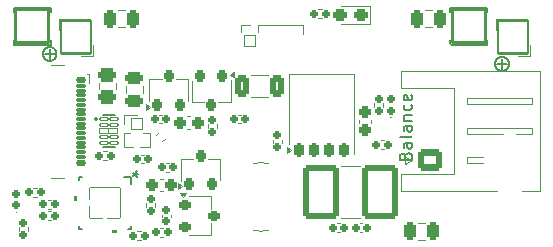
<source format=gto>
G04 #@! TF.GenerationSoftware,KiCad,Pcbnew,8.0.7-8.0.7-0~ubuntu24.04.1*
G04 #@! TF.CreationDate,2024-12-30T22:48:23-07:00*
G04 #@! TF.ProjectId,2s 40A PSU and charger,32732034-3041-4205-9053-5520616e6420,V1*
G04 #@! TF.SameCoordinates,Original*
G04 #@! TF.FileFunction,Legend,Top*
G04 #@! TF.FilePolarity,Positive*
%FSLAX46Y46*%
G04 Gerber Fmt 4.6, Leading zero omitted, Abs format (unit mm)*
G04 Created by KiCad (PCBNEW 8.0.7-8.0.7-0~ubuntu24.04.1) date 2024-12-30 22:48:23*
%MOMM*%
%LPD*%
G01*
G04 APERTURE LIST*
G04 Aperture macros list*
%AMRoundRect*
0 Rectangle with rounded corners*
0 $1 Rounding radius*
0 $2 $3 $4 $5 $6 $7 $8 $9 X,Y pos of 4 corners*
0 Add a 4 corners polygon primitive as box body*
4,1,4,$2,$3,$4,$5,$6,$7,$8,$9,$2,$3,0*
0 Add four circle primitives for the rounded corners*
1,1,$1+$1,$2,$3*
1,1,$1+$1,$4,$5*
1,1,$1+$1,$6,$7*
1,1,$1+$1,$8,$9*
0 Add four rect primitives between the rounded corners*
20,1,$1+$1,$2,$3,$4,$5,0*
20,1,$1+$1,$4,$5,$6,$7,0*
20,1,$1+$1,$6,$7,$8,$9,0*
20,1,$1+$1,$8,$9,$2,$3,0*%
%AMFreePoly0*
4,1,15,2.515355,1.085355,2.935355,0.665355,2.950000,0.630000,2.950000,-1.050000,2.935355,-1.085355,2.900000,-1.100000,-2.900000,-1.100000,-2.935355,-1.085355,-2.950000,-1.050000,-2.950000,0.630000,-2.935355,0.665355,-2.515355,1.085355,-2.480000,1.100000,2.480000,1.100000,2.515355,1.085355,2.515355,1.085355,$1*%
%AMFreePoly1*
4,1,21,2.135355,1.135355,2.150000,1.100000,2.150000,-1.950000,2.350000,-1.950000,2.385355,-1.964645,2.400000,-2.000000,2.400000,-3.500000,2.385355,-3.535355,2.350000,-3.550000,-2.350000,-3.550000,-2.385355,-3.535355,-2.400000,-3.500000,-2.400000,-2.000000,-2.385355,-1.964645,-2.350000,-1.950000,-2.150000,-1.950000,-2.150000,1.100000,-2.135355,1.135355,-2.100000,1.150000,2.100000,1.150000,
2.135355,1.135355,2.135355,1.135355,$1*%
G04 Aperture macros list end*
%ADD10C,0.150000*%
%ADD11C,0.120000*%
%ADD12C,0.200000*%
%ADD13C,0.100000*%
%ADD14C,0.127000*%
%ADD15C,0.000000*%
%ADD16RoundRect,0.165000X0.165000X0.195000X-0.165000X0.195000X-0.165000X-0.195000X0.165000X-0.195000X0*%
%ADD17RoundRect,0.050000X-0.337500X0.125000X-0.337500X-0.125000X0.337500X-0.125000X0.337500X0.125000X0*%
%ADD18RoundRect,0.050000X-0.387500X0.200000X-0.387500X-0.200000X0.387500X-0.200000X0.387500X0.200000X0*%
%ADD19RoundRect,0.160000X-0.210000X0.160000X-0.210000X-0.160000X0.210000X-0.160000X0.210000X0.160000X0*%
%ADD20RoundRect,0.160000X0.210000X-0.160000X0.210000X0.160000X-0.210000X0.160000X-0.210000X-0.160000X0*%
%ADD21RoundRect,0.160000X-0.160000X-0.210000X0.160000X-0.210000X0.160000X0.210000X-0.160000X0.210000X0*%
%ADD22RoundRect,0.275000X-0.275000X-0.500000X0.275000X-0.500000X0.275000X0.500000X-0.275000X0.500000X0*%
%ADD23RoundRect,0.165000X-0.165000X-0.195000X0.165000X-0.195000X0.165000X0.195000X-0.165000X0.195000X0*%
%ADD24RoundRect,0.272222X0.340278X0.652778X-0.340278X0.652778X-0.340278X-0.652778X0.340278X-0.652778X0*%
%ADD25RoundRect,0.225000X0.225000X-0.275000X0.225000X0.275000X-0.225000X0.275000X-0.225000X-0.275000X0*%
%ADD26RoundRect,0.172500X0.197500X-0.172500X0.197500X0.172500X-0.197500X0.172500X-0.197500X-0.172500X0*%
%ADD27RoundRect,0.225000X-0.275000X-0.225000X0.275000X-0.225000X0.275000X0.225000X-0.275000X0.225000X0*%
%ADD28RoundRect,0.160000X0.160000X0.210000X-0.160000X0.210000X-0.160000X-0.210000X0.160000X-0.210000X0*%
%ADD29RoundRect,0.250000X-0.275000X0.250000X-0.275000X-0.250000X0.275000X-0.250000X0.275000X0.250000X0*%
%ADD30RoundRect,0.275000X0.275000X0.500000X-0.275000X0.500000X-0.275000X-0.500000X0.275000X-0.500000X0*%
%ADD31RoundRect,0.102000X1.400000X1.400000X-1.400000X1.400000X-1.400000X-1.400000X1.400000X-1.400000X0*%
%ADD32RoundRect,0.275000X0.500000X-0.275000X0.500000X0.275000X-0.500000X0.275000X-0.500000X-0.275000X0*%
%ADD33FreePoly0,90.000000*%
%ADD34FreePoly0,270.000000*%
%ADD35RoundRect,0.264706X0.760294X-0.635294X0.760294X0.635294X-0.760294X0.635294X-0.760294X-0.635294X0*%
%ADD36O,2.050000X1.800000*%
%ADD37RoundRect,0.160000X0.035355X-0.261630X0.261630X-0.035355X-0.035355X0.261630X-0.261630X0.035355X0*%
%ADD38RoundRect,0.100000X-1.250000X-1.400000X1.250000X-1.400000X1.250000X1.400000X-1.250000X1.400000X0*%
%ADD39RoundRect,0.050000X0.500000X-0.500000X0.500000X0.500000X-0.500000X0.500000X-0.500000X-0.500000X0*%
%ADD40O,1.100000X1.100000*%
%ADD41RoundRect,0.165000X-0.195000X0.165000X-0.195000X-0.165000X0.195000X-0.165000X0.195000X0.165000X0*%
%ADD42RoundRect,0.274390X0.475610X-0.288110X0.475610X0.288110X-0.475610X0.288110X-0.475610X-0.288110X0*%
%ADD43RoundRect,0.050000X-0.500000X-0.500000X0.500000X-0.500000X0.500000X0.500000X-0.500000X0.500000X0*%
%ADD44RoundRect,0.262500X0.312500X0.262500X-0.312500X0.262500X-0.312500X-0.262500X0.312500X-0.262500X0*%
%ADD45RoundRect,0.200000X0.200000X0.425000X-0.200000X0.425000X-0.200000X-0.425000X0.200000X-0.425000X0*%
%ADD46FreePoly1,180.000000*%
%ADD47RoundRect,0.225000X-0.225000X0.275000X-0.225000X-0.275000X0.225000X-0.275000X0.225000X0.275000X0*%
%ADD48C,0.800000*%
%ADD49C,4.500000*%
%ADD50O,0.300000X0.699999*%
%ADD51O,0.699999X0.300000*%
%ADD52C,0.700000*%
%ADD53RoundRect,0.050000X-1.300000X1.300000X-1.300000X-1.300000X1.300000X-1.300000X1.300000X1.300000X0*%
%ADD54RoundRect,0.250000X0.250000X0.275000X-0.250000X0.275000X-0.250000X-0.275000X0.250000X-0.275000X0*%
%ADD55RoundRect,0.258266X1.304234X2.016734X-1.304234X2.016734X-1.304234X-2.016734X1.304234X-2.016734X0*%
%ADD56RoundRect,0.070005X-0.345005X0.070005X-0.345005X-0.070005X0.345005X-0.070005X0.345005X0.070005X0*%
%ADD57RoundRect,0.112505X-0.302505X0.112505X-0.302505X-0.112505X0.302505X-0.112505X0.302505X0.112505X0*%
%ADD58C,0.850020*%
%ADD59O,2.050020X0.800020*%
%ADD60RoundRect,0.250000X-0.250000X-0.275000X0.250000X-0.275000X0.250000X0.275000X-0.250000X0.275000X0*%
G04 APERTURE END LIST*
D10*
X111584398Y-115415771D02*
X111870112Y-115415771D01*
X111870112Y-115415771D02*
X112155826Y-115558628D01*
X112155826Y-115558628D02*
X112298684Y-115844342D01*
X112298684Y-115844342D02*
X112298684Y-116130057D01*
X112298684Y-116130057D02*
X112155826Y-116415771D01*
X112155826Y-116415771D02*
X111870112Y-116558628D01*
X111870112Y-116558628D02*
X111584398Y-116558628D01*
X111584398Y-116558628D02*
X111298684Y-116415771D01*
X111298684Y-116415771D02*
X111155826Y-116130057D01*
X111155826Y-116130057D02*
X111155826Y-115844342D01*
X111155826Y-115844342D02*
X111298684Y-115558628D01*
X111298684Y-115558628D02*
X111584398Y-115415771D01*
X111298684Y-115987200D02*
X112155826Y-115987200D01*
X111727255Y-115558628D02*
X111727255Y-116415771D01*
X141846009Y-124629887D02*
X141893628Y-124487030D01*
X141893628Y-124487030D02*
X141941247Y-124439411D01*
X141941247Y-124439411D02*
X142036485Y-124391792D01*
X142036485Y-124391792D02*
X142179342Y-124391792D01*
X142179342Y-124391792D02*
X142274580Y-124439411D01*
X142274580Y-124439411D02*
X142322200Y-124487030D01*
X142322200Y-124487030D02*
X142369819Y-124582268D01*
X142369819Y-124582268D02*
X142369819Y-124963220D01*
X142369819Y-124963220D02*
X141369819Y-124963220D01*
X141369819Y-124963220D02*
X141369819Y-124629887D01*
X141369819Y-124629887D02*
X141417438Y-124534649D01*
X141417438Y-124534649D02*
X141465057Y-124487030D01*
X141465057Y-124487030D02*
X141560295Y-124439411D01*
X141560295Y-124439411D02*
X141655533Y-124439411D01*
X141655533Y-124439411D02*
X141750771Y-124487030D01*
X141750771Y-124487030D02*
X141798390Y-124534649D01*
X141798390Y-124534649D02*
X141846009Y-124629887D01*
X141846009Y-124629887D02*
X141846009Y-124963220D01*
X142369819Y-123534649D02*
X141846009Y-123534649D01*
X141846009Y-123534649D02*
X141750771Y-123582268D01*
X141750771Y-123582268D02*
X141703152Y-123677506D01*
X141703152Y-123677506D02*
X141703152Y-123867982D01*
X141703152Y-123867982D02*
X141750771Y-123963220D01*
X142322200Y-123534649D02*
X142369819Y-123629887D01*
X142369819Y-123629887D02*
X142369819Y-123867982D01*
X142369819Y-123867982D02*
X142322200Y-123963220D01*
X142322200Y-123963220D02*
X142226961Y-124010839D01*
X142226961Y-124010839D02*
X142131723Y-124010839D01*
X142131723Y-124010839D02*
X142036485Y-123963220D01*
X142036485Y-123963220D02*
X141988866Y-123867982D01*
X141988866Y-123867982D02*
X141988866Y-123629887D01*
X141988866Y-123629887D02*
X141941247Y-123534649D01*
X142369819Y-122915601D02*
X142322200Y-123010839D01*
X142322200Y-123010839D02*
X142226961Y-123058458D01*
X142226961Y-123058458D02*
X141369819Y-123058458D01*
X142369819Y-122106077D02*
X141846009Y-122106077D01*
X141846009Y-122106077D02*
X141750771Y-122153696D01*
X141750771Y-122153696D02*
X141703152Y-122248934D01*
X141703152Y-122248934D02*
X141703152Y-122439410D01*
X141703152Y-122439410D02*
X141750771Y-122534648D01*
X142322200Y-122106077D02*
X142369819Y-122201315D01*
X142369819Y-122201315D02*
X142369819Y-122439410D01*
X142369819Y-122439410D02*
X142322200Y-122534648D01*
X142322200Y-122534648D02*
X142226961Y-122582267D01*
X142226961Y-122582267D02*
X142131723Y-122582267D01*
X142131723Y-122582267D02*
X142036485Y-122534648D01*
X142036485Y-122534648D02*
X141988866Y-122439410D01*
X141988866Y-122439410D02*
X141988866Y-122201315D01*
X141988866Y-122201315D02*
X141941247Y-122106077D01*
X141703152Y-121629886D02*
X142369819Y-121629886D01*
X141798390Y-121629886D02*
X141750771Y-121582267D01*
X141750771Y-121582267D02*
X141703152Y-121487029D01*
X141703152Y-121487029D02*
X141703152Y-121344172D01*
X141703152Y-121344172D02*
X141750771Y-121248934D01*
X141750771Y-121248934D02*
X141846009Y-121201315D01*
X141846009Y-121201315D02*
X142369819Y-121201315D01*
X142322200Y-120296553D02*
X142369819Y-120391791D01*
X142369819Y-120391791D02*
X142369819Y-120582267D01*
X142369819Y-120582267D02*
X142322200Y-120677505D01*
X142322200Y-120677505D02*
X142274580Y-120725124D01*
X142274580Y-120725124D02*
X142179342Y-120772743D01*
X142179342Y-120772743D02*
X141893628Y-120772743D01*
X141893628Y-120772743D02*
X141798390Y-120725124D01*
X141798390Y-120725124D02*
X141750771Y-120677505D01*
X141750771Y-120677505D02*
X141703152Y-120582267D01*
X141703152Y-120582267D02*
X141703152Y-120391791D01*
X141703152Y-120391791D02*
X141750771Y-120296553D01*
X142322200Y-119487029D02*
X142369819Y-119582267D01*
X142369819Y-119582267D02*
X142369819Y-119772743D01*
X142369819Y-119772743D02*
X142322200Y-119867981D01*
X142322200Y-119867981D02*
X142226961Y-119915600D01*
X142226961Y-119915600D02*
X141846009Y-119915600D01*
X141846009Y-119915600D02*
X141750771Y-119867981D01*
X141750771Y-119867981D02*
X141703152Y-119772743D01*
X141703152Y-119772743D02*
X141703152Y-119582267D01*
X141703152Y-119582267D02*
X141750771Y-119487029D01*
X141750771Y-119487029D02*
X141846009Y-119439410D01*
X141846009Y-119439410D02*
X141941247Y-119439410D01*
X141941247Y-119439410D02*
X142036485Y-119915600D01*
X149884398Y-116265771D02*
X150170112Y-116265771D01*
X150170112Y-116265771D02*
X150455826Y-116408628D01*
X150455826Y-116408628D02*
X150598684Y-116694342D01*
X150598684Y-116694342D02*
X150598684Y-116980057D01*
X150598684Y-116980057D02*
X150455826Y-117265771D01*
X150455826Y-117265771D02*
X150170112Y-117408628D01*
X150170112Y-117408628D02*
X149884398Y-117408628D01*
X149884398Y-117408628D02*
X149598684Y-117265771D01*
X149598684Y-117265771D02*
X149455826Y-116980057D01*
X149455826Y-116980057D02*
X149455826Y-116694342D01*
X149455826Y-116694342D02*
X149598684Y-116408628D01*
X149598684Y-116408628D02*
X149884398Y-116265771D01*
X149598684Y-116837200D02*
X150455826Y-116837200D01*
X150027255Y-116408628D02*
X150027255Y-117265771D01*
X119230180Y-126179636D02*
X118992085Y-126179636D01*
X119087323Y-125941541D02*
X118992085Y-126179636D01*
X118992085Y-126179636D02*
X119087323Y-126417731D01*
X118801609Y-126036779D02*
X118992085Y-126179636D01*
X118992085Y-126179636D02*
X118801609Y-126322493D01*
D11*
G04 #@! TO.C,C9*
X119707836Y-124540000D02*
X119492164Y-124540000D01*
X119707836Y-125260000D02*
X119492164Y-125260000D01*
D12*
G04 #@! TO.C,D11*
X115638000Y-121400000D02*
X115638000Y-121400000D01*
X115638000Y-121600000D02*
X115638000Y-121600000D01*
X117238000Y-121150000D02*
X116238000Y-121150000D01*
X117238000Y-123850000D02*
X116238000Y-123850000D01*
X115638000Y-121400000D02*
G75*
G02*
X115638000Y-121600000I0J-100000D01*
G01*
X115638000Y-121600000D02*
G75*
G02*
X115638000Y-121400000I0J100000D01*
G01*
D11*
G04 #@! TO.C,R24*
X109120000Y-130646359D02*
X109120000Y-130953641D01*
X109880000Y-130646359D02*
X109880000Y-130953641D01*
G04 #@! TO.C,R20*
X119920000Y-128953641D02*
X119920000Y-128646359D01*
X120680000Y-128953641D02*
X120680000Y-128646359D01*
G04 #@! TO.C,R10*
X139746359Y-123320000D02*
X140053641Y-123320000D01*
X139746359Y-124080000D02*
X140053641Y-124080000D01*
G04 #@! TO.C,C20*
X142938748Y-130265000D02*
X143461252Y-130265000D01*
X142938748Y-131735000D02*
X143461252Y-131735000D01*
G04 #@! TO.C,C23*
X137992164Y-130340000D02*
X138207836Y-130340000D01*
X137992164Y-131060000D02*
X138207836Y-131060000D01*
G04 #@! TO.C,R1*
X130227064Y-117790000D02*
X128772936Y-117790000D01*
X130227064Y-119610000D02*
X128772936Y-119610000D01*
G04 #@! TO.C,Q1*
X120150000Y-118150000D02*
X121200000Y-118150000D01*
X120150000Y-120010000D02*
X120150000Y-118150000D01*
X123450000Y-118150000D02*
X122400000Y-118150000D01*
X123450000Y-119950000D02*
X123450000Y-118150000D01*
X120188324Y-120460000D02*
X119858324Y-120700000D01*
X119858324Y-120220000D01*
X120188324Y-120460000D01*
G36*
X120188324Y-120460000D02*
G01*
X119858324Y-120700000D01*
X119858324Y-120220000D01*
X120188324Y-120460000D01*
G37*
D13*
G04 #@! TO.C,D1*
X140650000Y-121390000D02*
G75*
G02*
X140550000Y-121390000I-50000J0D01*
G01*
X140550000Y-121390000D02*
G75*
G02*
X140650000Y-121390000I50000J0D01*
G01*
D11*
G04 #@! TO.C,Q5*
X123490000Y-128050000D02*
X125350000Y-128050000D01*
X123550000Y-131350000D02*
X125350000Y-131350000D01*
X125350000Y-128050000D02*
X125350000Y-129100000D01*
X125350000Y-131350000D02*
X125350000Y-130300000D01*
X123040000Y-128088324D02*
X122800000Y-127758324D01*
X123280000Y-127758324D01*
X123040000Y-128088324D01*
G36*
X123040000Y-128088324D02*
G01*
X122800000Y-127758324D01*
X123280000Y-127758324D01*
X123040000Y-128088324D01*
G37*
G04 #@! TO.C,R19*
X116553641Y-124220000D02*
X116246359Y-124220000D01*
X116553641Y-124980000D02*
X116246359Y-124980000D01*
G04 #@! TO.C,C2*
X137890000Y-121559420D02*
X137890000Y-121840580D01*
X138910000Y-121559420D02*
X138910000Y-121840580D01*
G04 #@! TO.C,R25*
X134446359Y-112220000D02*
X134753641Y-112220000D01*
X134446359Y-112980000D02*
X134753641Y-112980000D01*
G04 #@! TO.C,C10*
X127692164Y-121140000D02*
X127907836Y-121140000D01*
X127692164Y-121860000D02*
X127907836Y-121860000D01*
G04 #@! TO.C,C12*
X118061252Y-112265000D02*
X117538748Y-112265000D01*
X118061252Y-113735000D02*
X117538748Y-113735000D01*
G04 #@! TO.C,C5*
X120992164Y-121140000D02*
X121207836Y-121140000D01*
X120992164Y-121860000D02*
X121207836Y-121860000D01*
D14*
G04 #@! TO.C,J3*
X108700000Y-112100000D02*
X111800000Y-112100000D01*
X108700000Y-112450000D02*
X108700000Y-112100000D01*
X108700000Y-115200000D02*
X108700000Y-114850000D01*
X111800000Y-112100000D02*
X111800000Y-112450000D01*
X111800000Y-114850000D02*
X111800000Y-115200000D01*
X111800000Y-115200000D02*
X108700000Y-115200000D01*
D11*
G04 #@! TO.C,C7*
X118165000Y-119261252D02*
X118165000Y-118738748D01*
X119635000Y-119261252D02*
X119635000Y-118738748D01*
D13*
G04 #@! TO.C,D3*
X108950000Y-129390000D02*
G75*
G02*
X108850000Y-129390000I-50000J0D01*
G01*
X108850000Y-129390000D02*
G75*
G02*
X108950000Y-129390000I50000J0D01*
G01*
D11*
G04 #@! TO.C,R3*
X139220000Y-120453641D02*
X139220000Y-120146359D01*
X139980000Y-120453641D02*
X139980000Y-120146359D01*
G04 #@! TO.C,L2*
X128978219Y-125267441D02*
G75*
G02*
X129600000Y-125200000I621751J-2832309D01*
G01*
X129600000Y-125200000D02*
G75*
G02*
X130229480Y-125268528I9J-2925297D01*
G01*
X129600000Y-131000000D02*
G75*
G02*
X128976901Y-130932269I-9J2899915D01*
G01*
X130224688Y-130931919D02*
G75*
G02*
X129600000Y-131000000I-624678J2831829D01*
G01*
G04 #@! TO.C,J2*
X141490000Y-117440000D02*
X141490000Y-118860000D01*
X141490000Y-118860000D02*
X145990000Y-118860000D01*
X141490000Y-126140000D02*
X145990000Y-126140000D01*
X141490000Y-127560000D02*
X141490000Y-126140000D01*
X141800000Y-124700000D02*
X142400000Y-125000000D01*
X141800000Y-125300000D02*
X141800000Y-124700000D01*
X142400000Y-125000000D02*
X141800000Y-125300000D01*
X145990000Y-118860000D02*
X145990000Y-122500000D01*
X145990000Y-126140000D02*
X145990000Y-122500000D01*
X147100000Y-119750000D02*
X147100000Y-120250000D01*
X147100000Y-120250000D02*
X152600000Y-120250000D01*
X147100000Y-122250000D02*
X147100000Y-122750000D01*
X147100000Y-122750000D02*
X152600000Y-122750000D01*
X147100000Y-124750000D02*
X147100000Y-125250000D01*
X147100000Y-125250000D02*
X152600000Y-125250000D01*
X152600000Y-119750000D02*
X147100000Y-119750000D01*
X152600000Y-120250000D02*
X152600000Y-119750000D01*
X152600000Y-122250000D02*
X147100000Y-122250000D01*
X152600000Y-122750000D02*
X152600000Y-122250000D01*
X152600000Y-124750000D02*
X147100000Y-124750000D01*
X152600000Y-125250000D02*
X152600000Y-124750000D01*
X153210000Y-117440000D02*
X141490000Y-117440000D01*
X153210000Y-122500000D02*
X153210000Y-117440000D01*
X153210000Y-122500000D02*
X153210000Y-127560000D01*
X153210000Y-127560000D02*
X141490000Y-127560000D01*
G04 #@! TO.C,R8*
X120722659Y-122839940D02*
X120939940Y-122622659D01*
X121260060Y-123377341D02*
X121477341Y-123160060D01*
G04 #@! TO.C,J5*
X112500000Y-113000000D02*
X112500000Y-114000000D01*
X113500000Y-113000000D02*
X112500000Y-113000000D01*
X114400000Y-116200000D02*
X115400000Y-116200000D01*
X115400000Y-116200000D02*
X115400000Y-115200000D01*
G04 #@! TO.C,R23*
X110346359Y-127320000D02*
X110653641Y-127320000D01*
X110346359Y-128080000D02*
X110653641Y-128080000D01*
G04 #@! TO.C,J11*
X127930000Y-113570000D02*
X128690000Y-113570000D01*
X127930000Y-114900000D02*
X127930000Y-113570000D01*
X129325000Y-113570000D02*
X133195000Y-113570000D01*
X129325000Y-114140000D02*
X129325000Y-113570000D01*
X129325000Y-116230000D02*
X129325000Y-115660000D01*
X129325000Y-116230000D02*
X133195000Y-116230000D01*
X133195000Y-114592470D02*
X133195000Y-113570000D01*
X133195000Y-116230000D02*
X133195000Y-115207530D01*
G04 #@! TO.C,Q4*
X122850000Y-124850000D02*
X123900000Y-124850000D01*
X122850000Y-126710000D02*
X122850000Y-124850000D01*
X126150000Y-124850000D02*
X125100000Y-124850000D01*
X126150000Y-126650000D02*
X126150000Y-124850000D01*
X122888324Y-127160000D02*
X122558324Y-127400000D01*
X122558324Y-126920000D01*
X122888324Y-127160000D01*
G36*
X122888324Y-127160000D02*
G01*
X122558324Y-127400000D01*
X122558324Y-126920000D01*
X122888324Y-127160000D01*
G37*
G04 #@! TO.C,C21*
X121240000Y-129592164D02*
X121240000Y-129807836D01*
X121960000Y-129592164D02*
X121960000Y-129807836D01*
G04 #@! TO.C,R2*
X115865000Y-118927064D02*
X115865000Y-118472936D01*
X117335000Y-118927064D02*
X117335000Y-118472936D01*
G04 #@! TO.C,C11*
X121592164Y-125240000D02*
X121807836Y-125240000D01*
X121592164Y-125960000D02*
X121807836Y-125960000D01*
G04 #@! TO.C,R21*
X121353641Y-130720000D02*
X121046359Y-130720000D01*
X121353641Y-131480000D02*
X121046359Y-131480000D01*
G04 #@! TO.C,J12*
X117990000Y-121140000D02*
X119100000Y-121140000D01*
X117990000Y-121900000D02*
X117990000Y-121140000D01*
X117990000Y-122660000D02*
X117990000Y-123865000D01*
X117990000Y-122660000D02*
X118536529Y-122660000D01*
X117990000Y-123865000D02*
X118792470Y-123865000D01*
X119407530Y-123865000D02*
X120210000Y-123865000D01*
X119663471Y-122660000D02*
X120210000Y-122660000D01*
X120210000Y-122660000D02*
X120210000Y-123865000D01*
G04 #@! TO.C,D4*
X136400000Y-113435000D02*
X138860000Y-113435000D01*
X138860000Y-111965000D02*
X136400000Y-111965000D01*
X138860000Y-113435000D02*
X138860000Y-111965000D01*
G04 #@! TO.C,C14*
X143538748Y-112265000D02*
X144061252Y-112265000D01*
X143538748Y-113735000D02*
X144061252Y-113735000D01*
G04 #@! TO.C,R29*
X111853641Y-128320000D02*
X111546359Y-128320000D01*
X111853641Y-129080000D02*
X111546359Y-129080000D01*
G04 #@! TO.C,C22*
X136092164Y-130340000D02*
X136307836Y-130340000D01*
X136092164Y-131060000D02*
X136307836Y-131060000D01*
G04 #@! TO.C,Q3*
X131950000Y-117700000D02*
X131950000Y-123630000D01*
X137450000Y-117700000D02*
X131950000Y-117700000D01*
X137450000Y-124500000D02*
X137450000Y-117700000D01*
X132180000Y-124140000D02*
X131850000Y-124380000D01*
X131850000Y-123900000D01*
X132180000Y-124140000D01*
G36*
X132180000Y-124140000D02*
G01*
X131850000Y-124380000D01*
X131850000Y-123900000D01*
X132180000Y-124140000D01*
G37*
G04 #@! TO.C,R12*
X130620000Y-123246359D02*
X130620000Y-123553641D01*
X131380000Y-123246359D02*
X131380000Y-123553641D01*
G04 #@! TO.C,Q2*
X123750000Y-118250000D02*
X123750000Y-120050000D01*
X123750000Y-120050000D02*
X124800000Y-120050000D01*
X127050000Y-118190000D02*
X127050000Y-120050000D01*
X127050000Y-120050000D02*
X126000000Y-120050000D01*
X127341676Y-117980000D02*
X127011676Y-117740000D01*
X127341676Y-117500000D01*
X127341676Y-117980000D01*
G36*
X127341676Y-117980000D02*
G01*
X127011676Y-117740000D01*
X127341676Y-117500000D01*
X127341676Y-117980000D01*
G37*
G04 #@! TO.C,R7*
X125120000Y-122253641D02*
X125120000Y-121946359D01*
X125880000Y-122253641D02*
X125880000Y-121946359D01*
D14*
G04 #@! TO.C,J1*
X145649999Y-112100000D02*
X148749999Y-112100000D01*
X145649999Y-112450000D02*
X145649999Y-112100000D01*
X145649999Y-115200000D02*
X145649999Y-114850000D01*
X148749999Y-112100000D02*
X148749999Y-112450000D01*
X148749999Y-114850000D02*
X148749999Y-115200000D01*
X148749999Y-115200000D02*
X145649999Y-115200000D01*
D12*
G04 #@! TO.C,U3*
X114199999Y-126399999D02*
X114199999Y-126675000D01*
X114199999Y-126399999D02*
X114475000Y-126399999D01*
X114199999Y-130525000D02*
X114199999Y-130800001D01*
X114199999Y-130800001D02*
X114475000Y-130800001D01*
X117999999Y-126399999D02*
X118600001Y-126399999D01*
X118325000Y-130800001D02*
X118600001Y-130800001D01*
X118600001Y-126399999D02*
X118600001Y-127000001D01*
X118600001Y-130525000D02*
X118600001Y-130800001D01*
D15*
G36*
X114070721Y-128415499D02*
G01*
X113816721Y-128415499D01*
X113816721Y-128034499D01*
X114070721Y-128034499D01*
X114070721Y-128415499D01*
G37*
G36*
X117400001Y-131183020D02*
G01*
X117019001Y-131183020D01*
X117019001Y-130929020D01*
X117400001Y-130929020D01*
X117400001Y-131183020D01*
G37*
D11*
G04 #@! TO.C,J4*
X149500000Y-113000000D02*
X149500000Y-114000000D01*
X150500000Y-113000000D02*
X149500000Y-113000000D01*
X151400000Y-116200000D02*
X152400000Y-116200000D01*
X152400000Y-116200000D02*
X152400000Y-115200000D01*
G04 #@! TO.C,C6*
X123640580Y-121290000D02*
X123359420Y-121290000D01*
X123640580Y-122310000D02*
X123359420Y-122310000D01*
G04 #@! TO.C,R18*
X137997369Y-125490000D02*
X136402631Y-125490000D01*
X137997369Y-129910000D02*
X136402631Y-129910000D01*
G04 #@! TO.C,J10*
X111870000Y-126480000D02*
X112930000Y-126480000D01*
X112930000Y-116920000D02*
X111870000Y-116920000D01*
X115030000Y-117690000D02*
X114880000Y-117690000D01*
X115030000Y-118490000D02*
X115030000Y-117690000D01*
G04 #@! TO.C,C17*
X121059420Y-126590000D02*
X121340580Y-126590000D01*
X121059420Y-127610000D02*
X121340580Y-127610000D01*
G04 #@! TO.C,R11*
X111853641Y-129320000D02*
X111546359Y-129320000D01*
X111853641Y-130080000D02*
X111546359Y-130080000D01*
G04 #@! TO.C,R22*
X119453641Y-131020000D02*
X119146359Y-131020000D01*
X119453641Y-131780000D02*
X119146359Y-131780000D01*
G04 #@! TD*
%LPC*%
D15*
G04 #@! TO.C,U3*
G36*
X115412600Y-129963500D02*
G01*
X115036500Y-129963500D01*
X115036500Y-127236500D01*
X115412600Y-127236500D01*
X115412600Y-129963500D01*
G37*
G36*
X117763500Y-127612600D02*
G01*
X115036500Y-127612600D01*
X115036500Y-127236500D01*
X117763500Y-127236500D01*
X117763500Y-127612600D01*
G37*
G36*
X117763500Y-128400000D02*
G01*
X115036500Y-128400000D01*
X115036500Y-128012600D01*
X117763500Y-128012600D01*
X117763500Y-128400000D01*
G37*
G36*
X117763500Y-129187400D02*
G01*
X115036500Y-129187400D01*
X115036500Y-128800000D01*
X117763500Y-128800000D01*
X117763500Y-129187400D01*
G37*
G36*
X117763500Y-129963500D02*
G01*
X115036500Y-129963500D01*
X115036500Y-129587400D01*
X117763500Y-129587400D01*
X117763500Y-129963500D01*
G37*
G36*
X116200000Y-129963500D02*
G01*
X115812600Y-129963500D01*
X115812600Y-127236500D01*
X116200000Y-127236500D01*
X116200000Y-129963500D01*
G37*
G36*
X116987400Y-129963500D02*
G01*
X116600000Y-129963500D01*
X116600000Y-127236500D01*
X116987400Y-127236500D01*
X116987400Y-129963500D01*
G37*
G36*
X117763500Y-129963500D02*
G01*
X117387400Y-129963500D01*
X117387400Y-127236500D01*
X117763500Y-127236500D01*
X117763500Y-129963500D01*
G37*
G04 #@! TD*
D16*
G04 #@! TO.C,C9*
X120080000Y-124900000D03*
X119120000Y-124900000D03*
G04 #@! TD*
D17*
G04 #@! TO.C,D11*
X116300000Y-121500000D03*
X116300000Y-122000000D03*
D18*
X116350000Y-122500000D03*
D17*
X116300000Y-123000000D03*
X116300000Y-123500000D03*
X117175000Y-123500000D03*
X117175000Y-123000000D03*
D18*
X117125000Y-122500000D03*
D17*
X117175000Y-122000000D03*
X117175000Y-121500000D03*
G04 #@! TD*
D19*
G04 #@! TO.C,R24*
X109500000Y-130290000D03*
X109500000Y-131310000D03*
G04 #@! TD*
D20*
G04 #@! TO.C,R20*
X120300000Y-129310000D03*
X120300000Y-128290000D03*
G04 #@! TD*
D21*
G04 #@! TO.C,R10*
X139390000Y-123700000D03*
X140410000Y-123700000D03*
G04 #@! TD*
D22*
G04 #@! TO.C,C20*
X142250000Y-131000000D03*
X144150000Y-131000000D03*
G04 #@! TD*
D23*
G04 #@! TO.C,C23*
X137620000Y-130700000D03*
X138580000Y-130700000D03*
G04 #@! TD*
D24*
G04 #@! TO.C,R1*
X130962500Y-118700000D03*
X128037500Y-118700000D03*
G04 #@! TD*
D25*
G04 #@! TO.C,Q1*
X120850000Y-120300000D03*
X122750000Y-120300000D03*
X121800000Y-117900000D03*
G04 #@! TD*
D26*
G04 #@! TO.C,D1*
X140600000Y-120785000D03*
X140600000Y-119815000D03*
G04 #@! TD*
D27*
G04 #@! TO.C,Q5*
X123200000Y-128750000D03*
X123200000Y-130650000D03*
X125600000Y-129700000D03*
G04 #@! TD*
D28*
G04 #@! TO.C,R19*
X116910000Y-124600000D03*
X115890000Y-124600000D03*
G04 #@! TD*
D29*
G04 #@! TO.C,C2*
X138400000Y-120925000D03*
X138400000Y-122475000D03*
G04 #@! TD*
D21*
G04 #@! TO.C,R25*
X134090000Y-112600000D03*
X135110000Y-112600000D03*
G04 #@! TD*
D23*
G04 #@! TO.C,C10*
X127320000Y-121500000D03*
X128280000Y-121500000D03*
G04 #@! TD*
D30*
G04 #@! TO.C,C12*
X118750000Y-113000000D03*
X116850000Y-113000000D03*
G04 #@! TD*
D23*
G04 #@! TO.C,C5*
X120620000Y-121500000D03*
X121580000Y-121500000D03*
G04 #@! TD*
D31*
G04 #@! TO.C,J3*
X110250000Y-113650000D03*
G04 #@! TD*
D32*
G04 #@! TO.C,C7*
X118900000Y-119950000D03*
X118900000Y-118050000D03*
G04 #@! TD*
D26*
G04 #@! TO.C,D3*
X108900000Y-128785000D03*
X108900000Y-127815000D03*
G04 #@! TD*
D20*
G04 #@! TO.C,R3*
X139600000Y-120810000D03*
X139600000Y-119790000D03*
G04 #@! TD*
D33*
G04 #@! TO.C,L2*
X127650000Y-128100000D03*
D34*
X131550000Y-128100000D03*
G04 #@! TD*
D35*
G04 #@! TO.C,J2*
X143900000Y-125000000D03*
D36*
X143900000Y-122500000D03*
X143900000Y-120000000D03*
G04 #@! TD*
D37*
G04 #@! TO.C,R8*
X120739376Y-123360624D03*
X121460624Y-122639376D03*
G04 #@! TD*
D38*
G04 #@! TO.C,J5*
X113950000Y-114600000D03*
G04 #@! TD*
D21*
G04 #@! TO.C,R23*
X109990000Y-127700000D03*
X111010000Y-127700000D03*
G04 #@! TD*
D39*
G04 #@! TO.C,J11*
X128690000Y-114900000D03*
D40*
X129960000Y-114900000D03*
X131230000Y-114900000D03*
X132500000Y-114900000D03*
G04 #@! TD*
D25*
G04 #@! TO.C,Q4*
X123550000Y-127000000D03*
X125450000Y-127000000D03*
X124500000Y-124600000D03*
G04 #@! TD*
D41*
G04 #@! TO.C,C21*
X121600000Y-129220000D03*
X121600000Y-130180000D03*
G04 #@! TD*
D42*
G04 #@! TO.C,R2*
X116600000Y-119612500D03*
X116600000Y-117787500D03*
G04 #@! TD*
D23*
G04 #@! TO.C,C11*
X121220000Y-125600000D03*
X122180000Y-125600000D03*
G04 #@! TD*
D28*
G04 #@! TO.C,R21*
X121710000Y-131100000D03*
X120690000Y-131100000D03*
G04 #@! TD*
D43*
G04 #@! TO.C,J12*
X119100000Y-121900000D03*
D40*
X119100000Y-123170000D03*
G04 #@! TD*
D44*
G04 #@! TO.C,D4*
X138075000Y-112700000D03*
X136325000Y-112700000D03*
G04 #@! TD*
D22*
G04 #@! TO.C,C14*
X142850000Y-113000000D03*
X144750000Y-113000000D03*
G04 #@! TD*
D28*
G04 #@! TO.C,R29*
X112210000Y-128700000D03*
X111190000Y-128700000D03*
G04 #@! TD*
D23*
G04 #@! TO.C,C22*
X135720000Y-130700000D03*
X136680000Y-130700000D03*
G04 #@! TD*
D45*
G04 #@! TO.C,Q3*
X132795000Y-124125000D03*
X134065000Y-124125000D03*
X135335000Y-124125000D03*
X136605000Y-124125000D03*
D46*
X134700000Y-121400000D03*
G04 #@! TD*
D19*
G04 #@! TO.C,R12*
X131000000Y-122890000D03*
X131000000Y-123910000D03*
G04 #@! TD*
D47*
G04 #@! TO.C,Q2*
X126350000Y-117900000D03*
X124450000Y-117900000D03*
X125400000Y-120300000D03*
G04 #@! TD*
D20*
G04 #@! TO.C,R7*
X125500000Y-122609999D03*
X125500000Y-121590001D03*
G04 #@! TD*
D31*
G04 #@! TO.C,J1*
X147199999Y-113650000D03*
G04 #@! TD*
D48*
G04 #@! TO.C,H1*
X149050000Y-129600000D03*
X149533274Y-128433274D03*
X149533274Y-130766726D03*
X150700000Y-127950000D03*
D49*
X150700000Y-129600000D03*
D48*
X150700000Y-131250000D03*
X151866726Y-128433274D03*
X151866726Y-130766726D03*
X152350000Y-129600000D03*
G04 #@! TD*
D50*
G04 #@! TO.C,U3*
X117600000Y-126700001D03*
X117200001Y-126700001D03*
X116799999Y-126700001D03*
X116400000Y-126700001D03*
X116000001Y-126700001D03*
X115599999Y-126700001D03*
X115200000Y-126700001D03*
D51*
X114500001Y-127400000D03*
X114500001Y-127799999D03*
X114500001Y-128200001D03*
X114500001Y-128600000D03*
X114500001Y-128999999D03*
X114500001Y-129400001D03*
X114500001Y-129800000D03*
D50*
X115200000Y-130500001D03*
X115599999Y-130500001D03*
X116000001Y-130500001D03*
X116400000Y-130500001D03*
X116799999Y-130500001D03*
X117200001Y-130500001D03*
X117600000Y-130500001D03*
D51*
X118299999Y-129800000D03*
X118299999Y-129400001D03*
X118299999Y-128999999D03*
X118299999Y-128600000D03*
X118299999Y-128200001D03*
X118299999Y-127799999D03*
X118299999Y-127400000D03*
D52*
X116400000Y-127550000D03*
X117450000Y-128600000D03*
X116400000Y-128600000D03*
D53*
X116400000Y-128600000D03*
D52*
X115350000Y-128600000D03*
X116400000Y-129650000D03*
G04 #@! TD*
D38*
G04 #@! TO.C,J4*
X150950000Y-114600000D03*
G04 #@! TD*
D54*
G04 #@! TO.C,C6*
X124275000Y-121800000D03*
X122725000Y-121800000D03*
G04 #@! TD*
D55*
G04 #@! TO.C,R18*
X139712500Y-127700000D03*
X134687500Y-127700000D03*
G04 #@! TD*
D56*
G04 #@! TO.C,J10*
X114350000Y-118700000D03*
X114350000Y-119500000D03*
X114350000Y-120300000D03*
X114350000Y-121100000D03*
X114350000Y-121500000D03*
X114350000Y-121900000D03*
X114350000Y-123500000D03*
X114350000Y-124300000D03*
X114350000Y-124700000D03*
X114350000Y-123900000D03*
X114350000Y-123100000D03*
X114350000Y-122700000D03*
X114350000Y-122300000D03*
X114350000Y-120700000D03*
X114350000Y-119900000D03*
X114350000Y-119100000D03*
D57*
X114350000Y-118185000D03*
X114350000Y-125215000D03*
D58*
X113590000Y-117105000D03*
D59*
X110610000Y-117105000D03*
D58*
X113590000Y-126295000D03*
D59*
X110610000Y-126295000D03*
G04 #@! TD*
D60*
G04 #@! TO.C,C17*
X120425000Y-127100000D03*
X121975000Y-127100000D03*
G04 #@! TD*
D28*
G04 #@! TO.C,R11*
X112210000Y-129700000D03*
X111190000Y-129700000D03*
G04 #@! TD*
G04 #@! TO.C,R22*
X119810000Y-131400000D03*
X118790000Y-131400000D03*
G04 #@! TD*
D48*
G04 #@! TO.C,H2*
X149533274Y-123833274D03*
X150700000Y-123350000D03*
X149050000Y-125000000D03*
X151866726Y-123833274D03*
D49*
X150700000Y-125000000D03*
D48*
X149533274Y-126166726D03*
X152350000Y-125000000D03*
X150700000Y-126650000D03*
X151866726Y-126166726D03*
G04 #@! TD*
G36*
X127591863Y-113998367D02*
G01*
X127611206Y-113999963D01*
X127705488Y-114015244D01*
X127742253Y-114027320D01*
X127818461Y-114066419D01*
X127849713Y-114089240D01*
X127910158Y-114149927D01*
X127932855Y-114181272D01*
X127971649Y-114257638D01*
X127983577Y-114294449D01*
X127998481Y-114388786D01*
X128000000Y-114408136D01*
X128000000Y-115200005D01*
X128019575Y-115323604D01*
X128076394Y-115435114D01*
X128076397Y-115435119D01*
X128164880Y-115523602D01*
X128164885Y-115523605D01*
X128276396Y-115580424D01*
X128276395Y-115580424D01*
X128399995Y-115600000D01*
X132800005Y-115600000D01*
X132923604Y-115580424D01*
X133035114Y-115523605D01*
X133035119Y-115523602D01*
X133123602Y-115435119D01*
X133123605Y-115435114D01*
X133180424Y-115323604D01*
X133200000Y-115200005D01*
X133200000Y-114409755D01*
X133201527Y-114390358D01*
X133216504Y-114295793D01*
X133228492Y-114258895D01*
X133267477Y-114182383D01*
X133290281Y-114150997D01*
X133350997Y-114090281D01*
X133382383Y-114067477D01*
X133458895Y-114028492D01*
X133495793Y-114016503D01*
X133590359Y-114001526D01*
X133609756Y-114000000D01*
X145090244Y-114000000D01*
X145109641Y-114001527D01*
X145204206Y-114016504D01*
X145241104Y-114028492D01*
X145317616Y-114067477D01*
X145349002Y-114090281D01*
X145409718Y-114150997D01*
X145432522Y-114182383D01*
X145471507Y-114258895D01*
X145483495Y-114295792D01*
X145498473Y-114390357D01*
X145500000Y-114409755D01*
X145500000Y-114900005D01*
X145519575Y-115023604D01*
X145576394Y-115135114D01*
X145576397Y-115135119D01*
X145664880Y-115223602D01*
X145664885Y-115223605D01*
X145776396Y-115280424D01*
X145776395Y-115280424D01*
X145899995Y-115300000D01*
X148990244Y-115300000D01*
X149009641Y-115301527D01*
X149104206Y-115316504D01*
X149141104Y-115328492D01*
X149217616Y-115367477D01*
X149249002Y-115390281D01*
X149309718Y-115450997D01*
X149332522Y-115482383D01*
X149371507Y-115558895D01*
X149383495Y-115595792D01*
X149398473Y-115690357D01*
X149400000Y-115709755D01*
X149400000Y-116190244D01*
X149398473Y-116209642D01*
X149383495Y-116304207D01*
X149371507Y-116341104D01*
X149332522Y-116417616D01*
X149309718Y-116449002D01*
X149249002Y-116509718D01*
X149217616Y-116532522D01*
X149141104Y-116571507D01*
X149104207Y-116583495D01*
X149009642Y-116598473D01*
X148990244Y-116600000D01*
X141846951Y-116600000D01*
X141800338Y-116602727D01*
X141800312Y-116602730D01*
X141754316Y-116610877D01*
X141754296Y-116610881D01*
X137649203Y-117588284D01*
X137642109Y-117589755D01*
X137606823Y-117596005D01*
X137592441Y-117597694D01*
X137556662Y-117599788D01*
X137549417Y-117600000D01*
X129762037Y-117600000D01*
X129753176Y-117599683D01*
X129709447Y-117596550D01*
X129691907Y-117594024D01*
X129649068Y-117584689D01*
X129640480Y-117582493D01*
X126354366Y-116615989D01*
X126299422Y-116603951D01*
X126243335Y-116599737D01*
X115907879Y-116551888D01*
X115888545Y-116550280D01*
X115794311Y-116534952D01*
X115757566Y-116522863D01*
X115681404Y-116483745D01*
X115650173Y-116460921D01*
X115589771Y-116400239D01*
X115567092Y-116368902D01*
X115528327Y-116292559D01*
X115516408Y-116255758D01*
X115501518Y-116161460D01*
X115500000Y-116142120D01*
X115500000Y-114361388D01*
X115501534Y-114341943D01*
X115516587Y-114247140D01*
X115528637Y-114210156D01*
X115567811Y-114133503D01*
X115590720Y-114102077D01*
X115651710Y-114041329D01*
X115683232Y-114018542D01*
X115760042Y-113979676D01*
X115797070Y-113967776D01*
X115891928Y-113953102D01*
X115911381Y-113951645D01*
X127591863Y-113998367D01*
G37*
%LPD*%
M02*

</source>
